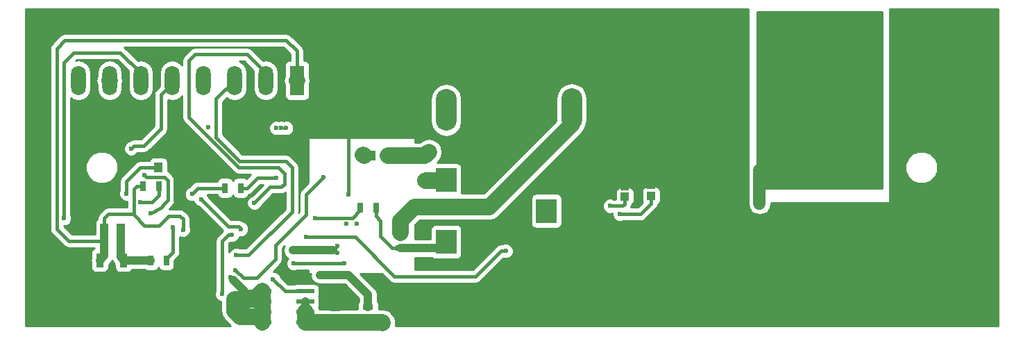
<source format=gbr>
G04 #@! TF.FileFunction,Copper,L1,Top,Signal*
%FSLAX46Y46*%
G04 Gerber Fmt 4.6, Leading zero omitted, Abs format (unit mm)*
G04 Created by KiCad (PCBNEW 4.0.6) date Thu Jun  1 11:47:27 2017*
%MOMM*%
%LPD*%
G01*
G04 APERTURE LIST*
%ADD10C,0.100000*%
%ADD11C,1.998980*%
%ADD12R,2.199640X0.599440*%
%ADD13R,2.500000X3.000000*%
%ADD14R,1.000000X1.000000*%
%ADD15R,1.300000X0.700000*%
%ADD16R,0.700000X1.300000*%
%ADD17R,1.000000X1.250000*%
%ADD18O,2.540000X5.080000*%
%ADD19R,0.900000X1.700000*%
%ADD20R,1.250000X1.000000*%
%ADD21R,1.800000X3.600000*%
%ADD22O,1.800000X3.600000*%
%ADD23C,0.600000*%
%ADD24C,2.000000*%
%ADD25C,2.000000*%
%ADD26C,0.250000*%
%ADD27C,1.000000*%
%ADD28C,1.500000*%
%ADD29C,0.419100*%
%ADD30C,0.700000*%
%ADD31C,0.254000*%
G04 APERTURE END LIST*
D10*
D11*
X77410000Y-77830000D03*
X76170000Y-76120000D03*
X86500000Y-78900000D03*
X90530000Y-78900000D03*
X94210000Y-78930000D03*
D12*
X84798420Y-78905000D03*
X84798420Y-77635000D03*
X84798420Y-76365000D03*
X84798420Y-75095000D03*
X79601580Y-75095000D03*
X79601580Y-76365000D03*
X79601580Y-77635000D03*
X79601580Y-78905000D03*
D13*
X102000000Y-61550000D03*
X102000000Y-69050000D03*
X114250000Y-65300000D03*
D11*
X132550000Y-59500000D03*
D14*
X127030000Y-63460000D03*
X127030000Y-62160000D03*
X123800000Y-63550000D03*
X123800000Y-62250000D03*
D11*
X125050000Y-57000000D03*
X125050000Y-59500000D03*
X127550000Y-57000000D03*
X130050000Y-57000000D03*
X132550000Y-57000000D03*
X130050000Y-59500000D03*
X127550000Y-59500000D03*
X146000000Y-52090000D03*
D15*
X92500000Y-78950000D03*
X92500000Y-77050000D03*
D11*
X148500000Y-52090000D03*
X148500000Y-47090000D03*
X146000000Y-47090000D03*
X148500000Y-49590000D03*
X146000000Y-49590000D03*
X148500000Y-44590000D03*
X146000000Y-42090000D03*
X146000000Y-44590000D03*
X153500000Y-49590000D03*
X153500000Y-52090000D03*
X151000000Y-52090000D03*
X151000000Y-49590000D03*
X151000000Y-47090000D03*
X153500000Y-44590000D03*
X151000000Y-44590000D03*
X153500000Y-47090000D03*
X153500000Y-42090000D03*
X151000000Y-42090000D03*
X148500000Y-42090000D03*
X148500000Y-57090000D03*
X148500000Y-59590000D03*
D16*
X94950000Y-58600000D03*
X93050000Y-58600000D03*
D11*
X141000000Y-59590000D03*
X141000000Y-57090000D03*
X135050000Y-57000000D03*
X137550000Y-59500000D03*
X137550000Y-57000000D03*
X135050000Y-59500000D03*
D17*
X138250000Y-64400000D03*
X140250000Y-64400000D03*
D11*
X143500000Y-59590000D03*
X146000000Y-54590000D03*
X146000000Y-59590000D03*
X146000000Y-57090000D03*
X143500000Y-57090000D03*
X153500000Y-57090000D03*
X153500000Y-54590000D03*
X151000000Y-54590000D03*
X148500000Y-54590000D03*
X153500000Y-59590000D03*
X151000000Y-59590000D03*
X151000000Y-57090000D03*
X137550000Y-47000000D03*
X135050000Y-47000000D03*
X132550000Y-47000000D03*
X137550000Y-44500000D03*
X135050000Y-44500000D03*
X132550000Y-44500000D03*
X127550000Y-42000000D03*
X130050000Y-44500000D03*
X127550000Y-44500000D03*
X125050000Y-44500000D03*
X130050000Y-42000000D03*
X125050000Y-42000000D03*
X137550000Y-49500000D03*
X137550000Y-54500000D03*
X132550000Y-54500000D03*
X137550000Y-52000000D03*
X132550000Y-52000000D03*
X132550000Y-49500000D03*
X127550000Y-47000000D03*
X130050000Y-49500000D03*
X125050000Y-49500000D03*
X130050000Y-47000000D03*
X127550000Y-49500000D03*
X125050000Y-47000000D03*
D18*
X142770000Y-52700000D03*
X135150000Y-52700000D03*
D11*
X141000000Y-44590000D03*
X143500000Y-47090000D03*
X141000000Y-49590000D03*
X141000000Y-47090000D03*
X143500000Y-44590000D03*
X127550000Y-54500000D03*
X130050000Y-54500000D03*
X125050000Y-54500000D03*
X130050000Y-52000000D03*
X127550000Y-52000000D03*
X125050000Y-52000000D03*
D19*
X62660000Y-71310000D03*
X59760000Y-71310000D03*
D20*
X88500000Y-77000000D03*
X88500000Y-79000000D03*
D17*
X68900000Y-60000000D03*
X66900000Y-60000000D03*
X60310000Y-67480000D03*
X62310000Y-67480000D03*
D16*
X93450000Y-64900000D03*
X91550000Y-64900000D03*
X67880000Y-71310000D03*
X65980000Y-71310000D03*
D15*
X96400000Y-67950000D03*
X96400000Y-69850000D03*
D16*
X75050000Y-62500000D03*
X76950000Y-62500000D03*
X66950000Y-62250000D03*
X65050000Y-62250000D03*
D18*
X102020000Y-53000000D03*
X94400000Y-53000000D03*
D21*
X83810000Y-49400000D03*
D22*
X80000000Y-49400000D03*
X76190000Y-49400000D03*
X72380000Y-49400000D03*
X68570000Y-49400000D03*
X64760000Y-49400000D03*
X60950000Y-49400000D03*
X57140000Y-49400000D03*
D18*
X117320000Y-52900000D03*
X109700000Y-52900000D03*
D23*
X82500000Y-55200000D03*
X81300000Y-55200000D03*
X81900000Y-55200000D03*
X73000000Y-55100000D03*
X75700000Y-73400000D03*
D24*
X107200000Y-64800000D03*
X96400000Y-66500000D03*
D23*
X75893288Y-68206712D03*
X74680000Y-75440000D03*
X123200000Y-65700000D03*
X122000000Y-64700000D03*
X109300000Y-70200000D03*
X84900000Y-68500000D03*
X68700000Y-67300000D03*
X64700000Y-64200000D03*
X88500000Y-75500000D03*
X90100000Y-63300000D03*
X80300000Y-64300000D03*
X75700000Y-69400000D03*
X71895046Y-68300000D03*
X69900000Y-67600000D03*
D24*
X99450000Y-61650000D03*
D23*
X81250000Y-61250000D03*
X91900000Y-58500000D03*
X91100000Y-66900000D03*
X89800000Y-66900000D03*
X88700000Y-70400000D03*
X88700000Y-69600000D03*
X83300000Y-70100000D03*
X86600000Y-73100000D03*
X63000000Y-63200000D03*
X71000000Y-63250000D03*
X80900000Y-73600000D03*
X89590440Y-71709560D03*
X83409560Y-71709560D03*
X87000000Y-61200000D03*
X76300000Y-72500000D03*
X85990449Y-66190449D03*
X55400000Y-66200000D03*
X76400000Y-70700000D03*
X63600000Y-57700000D03*
X65200000Y-60900000D03*
X66000000Y-65600000D03*
X72100000Y-63900000D03*
X77000000Y-67500000D03*
X78600000Y-64323062D03*
X99900000Y-58100000D03*
D25*
X76170000Y-76120000D02*
X78576580Y-76120000D01*
X78576580Y-76120000D02*
X79601580Y-75095000D01*
X76860000Y-78190000D02*
X79046580Y-78190000D01*
X79046580Y-78190000D02*
X79601580Y-77635000D01*
X76170000Y-76120000D02*
X76170000Y-77500000D01*
X76170000Y-77500000D02*
X76860000Y-78190000D01*
D26*
X82400000Y-55250000D02*
X81900000Y-55200000D01*
X82500000Y-55150000D02*
X82400000Y-55250000D01*
X82500000Y-55150000D02*
X82500000Y-55200000D01*
D25*
X146000000Y-59590000D02*
X143500000Y-59590000D01*
D27*
X146685000Y-60275000D02*
X146000000Y-59590000D01*
X145415000Y-60175000D02*
X146000000Y-59590000D01*
D25*
X143500000Y-59590000D02*
X141000000Y-59590000D01*
X143500000Y-59590000D02*
X143500000Y-57090000D01*
X141000000Y-59590000D02*
X141000000Y-57090000D01*
X146000000Y-59590000D02*
X146000000Y-57090000D01*
D28*
X140250000Y-60340000D02*
X141000000Y-59590000D01*
D25*
X148500000Y-52090000D02*
X148500000Y-49590000D01*
X146000000Y-52090000D02*
X146000000Y-49590000D01*
X146000000Y-54590000D02*
X146000000Y-52090000D01*
X148500000Y-54590000D02*
X146000000Y-54590000D01*
X148500000Y-52090000D02*
X146000000Y-52090000D01*
X148500000Y-49590000D02*
X146000000Y-49590000D01*
X141000000Y-47090000D02*
X141000000Y-49590000D01*
X141000000Y-49590000D02*
X141000000Y-50930000D01*
X141000000Y-47090000D02*
X143500000Y-47090000D01*
X148500000Y-49590000D02*
X148500000Y-47090000D01*
X146000000Y-47090000D02*
X146000000Y-49590000D01*
X146000000Y-47090000D02*
X148500000Y-47090000D01*
X143500000Y-47090000D02*
X146000000Y-47090000D01*
X143500000Y-57090000D02*
X146000000Y-57090000D01*
X146000000Y-54590000D02*
X144660000Y-54590000D01*
X141000000Y-57090000D02*
X143500000Y-57090000D01*
X141000000Y-57090000D02*
X141000000Y-54470000D01*
X146000000Y-57090000D02*
X148500000Y-57090000D01*
X148500000Y-54590000D02*
X148500000Y-52090000D01*
X146000000Y-57090000D02*
X146000000Y-54590000D01*
X148500000Y-54590000D02*
X148500000Y-57090000D01*
X146000000Y-49590000D02*
X145880000Y-49590000D01*
X151000000Y-44590000D02*
X148500000Y-44590000D01*
X151000000Y-44590000D02*
X151000000Y-47090000D01*
X148500000Y-47090000D02*
X151000000Y-47090000D01*
X148500000Y-47090000D02*
X148500000Y-44590000D01*
X153500000Y-44590000D02*
X151000000Y-44590000D01*
X153500000Y-47090000D02*
X153500000Y-44590000D01*
X151000000Y-47090000D02*
X153500000Y-47090000D01*
X151000000Y-52090000D02*
X148500000Y-52090000D01*
X151000000Y-54590000D02*
X151000000Y-52090000D01*
X153500000Y-54590000D02*
X153500000Y-52090000D01*
X151000000Y-54590000D02*
X148500000Y-54590000D01*
X153500000Y-54590000D02*
X151000000Y-54590000D01*
X153500000Y-52090000D02*
X151000000Y-52090000D01*
X151000000Y-47090000D02*
X151000000Y-49590000D01*
X153500000Y-52090000D02*
X153500000Y-49590000D01*
X151000000Y-52090000D02*
X151000000Y-49590000D01*
X153500000Y-49590000D02*
X151000000Y-49590000D01*
X153500000Y-47090000D02*
X153500000Y-49590000D01*
X146000000Y-44590000D02*
X146000000Y-47090000D01*
X141000000Y-44590000D02*
X141000000Y-47090000D01*
X143500000Y-44590000D02*
X143500000Y-47090000D01*
X143500000Y-44590000D02*
X141000000Y-44590000D01*
X146000000Y-44590000D02*
X143500000Y-44590000D01*
X153500000Y-54590000D02*
X153500000Y-57090000D01*
X151000000Y-57090000D02*
X151000000Y-54590000D01*
X148500000Y-59590000D02*
X146000000Y-59590000D01*
X151000000Y-49590000D02*
X148500000Y-49590000D01*
X148500000Y-44590000D02*
X146000000Y-44590000D01*
X153500000Y-59590000D02*
X151000000Y-59590000D01*
X148500000Y-59590000D02*
X148500000Y-57090000D01*
X151000000Y-59590000D02*
X148500000Y-59590000D01*
X151000000Y-59590000D02*
X151000000Y-57090000D01*
X151000000Y-57090000D02*
X153500000Y-57090000D01*
X153500000Y-57090000D02*
X153500000Y-59590000D01*
X148500000Y-57090000D02*
X151000000Y-57090000D01*
D27*
X147955000Y-60135000D02*
X148500000Y-59590000D01*
X149225000Y-60315000D02*
X148500000Y-59590000D01*
D29*
X76004775Y-73695225D02*
X75995225Y-73695225D01*
X75995225Y-73695225D02*
X75700000Y-73400000D01*
D25*
X148500000Y-44590000D02*
X148500000Y-42090000D01*
X151000000Y-42090000D02*
X151000000Y-44590000D01*
X148500000Y-42090000D02*
X151000000Y-42090000D01*
X153500000Y-44590000D02*
X153500000Y-42090000D01*
X151000000Y-42090000D02*
X153500000Y-42090000D01*
X146000000Y-42090000D02*
X146000000Y-44590000D01*
X146000000Y-42090000D02*
X148500000Y-42090000D01*
D29*
X76000000Y-73690450D02*
X76004775Y-73695225D01*
D27*
X76004775Y-73695225D02*
X77404550Y-75095000D01*
D29*
X77404550Y-75095000D02*
X79601580Y-75095000D01*
D25*
X79601580Y-77635000D02*
X79601580Y-78905000D01*
X79601580Y-76365000D02*
X79601580Y-77635000D01*
X79601580Y-75095000D02*
X79601580Y-76365000D01*
D28*
X140250000Y-64400000D02*
X140250000Y-60340000D01*
X140250000Y-64400000D02*
X140250000Y-63600000D01*
D25*
X143500000Y-47090000D02*
X143500000Y-51970000D01*
X141000000Y-50930000D02*
X142770000Y-52700000D01*
X143500000Y-53430000D02*
X142770000Y-52700000D01*
X144660000Y-54590000D02*
X142770000Y-52700000D01*
X143500000Y-57090000D02*
X143500000Y-53430000D01*
X141000000Y-54470000D02*
X142770000Y-52700000D01*
X146000000Y-52090000D02*
X143380000Y-52090000D01*
X143500000Y-51970000D02*
X142770000Y-52700000D01*
X143380000Y-52090000D02*
X142770000Y-52700000D01*
X145880000Y-49590000D02*
X142770000Y-52700000D01*
D27*
X62660000Y-71310000D02*
X65980000Y-71310000D01*
X62310000Y-67480000D02*
X62310000Y-70960000D01*
X62310000Y-70960000D02*
X62660000Y-71310000D01*
D25*
X96400000Y-66500000D02*
X98100000Y-64800000D01*
X98100000Y-64800000D02*
X107300000Y-64800000D01*
X107300000Y-64800000D02*
X117320000Y-54780000D01*
X117320000Y-54780000D02*
X117320000Y-52900000D01*
X96400000Y-67950000D02*
X96400000Y-66500000D01*
D29*
X75893288Y-68206712D02*
X75469024Y-68206712D01*
X75469024Y-68206712D02*
X74680000Y-68995736D01*
X74680000Y-68995736D02*
X74680000Y-75440000D01*
X127030000Y-64379100D02*
X127030000Y-63460000D01*
X125709100Y-65700000D02*
X127030000Y-64379100D01*
X123200000Y-65700000D02*
X125709100Y-65700000D01*
X122000000Y-64700000D02*
X123569100Y-64700000D01*
X105600000Y-73300000D02*
X108700000Y-70200000D01*
X108700000Y-70200000D02*
X109300000Y-70200000D01*
X98000000Y-73300000D02*
X105600000Y-73300000D01*
X84900000Y-68500000D02*
X90900000Y-68500000D01*
X90900000Y-68500000D02*
X95700000Y-73300000D01*
X95700000Y-73300000D02*
X98000000Y-73300000D01*
X123800000Y-64469100D02*
X123800000Y-63550000D01*
X123569100Y-64700000D02*
X123800000Y-64469100D01*
X93450000Y-64900000D02*
X93450000Y-65969100D01*
X93450000Y-65969100D02*
X94000000Y-66519100D01*
X94000000Y-66519100D02*
X94000000Y-68400000D01*
X94000000Y-68400000D02*
X95450000Y-69850000D01*
X95450000Y-69850000D02*
X96400000Y-69850000D01*
D27*
X96400000Y-69850000D02*
X101200000Y-69850000D01*
X101200000Y-69850000D02*
X102000000Y-69050000D01*
D29*
X96100000Y-69850000D02*
X96400000Y-69850000D01*
X68700000Y-67300000D02*
X68700000Y-70300000D01*
X68700000Y-70300000D02*
X67880000Y-71120000D01*
X67880000Y-71120000D02*
X67880000Y-71310000D01*
X67892500Y-71297500D02*
X67880000Y-71310000D01*
X64700000Y-64200000D02*
X66100000Y-64200000D01*
X66100000Y-64200000D02*
X66950000Y-63350000D01*
X66950000Y-63350000D02*
X66950000Y-62250000D01*
D27*
X88500000Y-77000000D02*
X88500000Y-75500000D01*
D29*
X90100000Y-63300000D02*
X90100000Y-55610900D01*
X90100000Y-55610900D02*
X92710900Y-53000000D01*
X92710900Y-53000000D02*
X94400000Y-53000000D01*
D27*
X123800000Y-62250000D02*
X123800000Y-60750000D01*
X123800000Y-60750000D02*
X125050000Y-59500000D01*
D29*
X79700000Y-64900000D02*
X80300000Y-64300000D01*
X79700000Y-66800000D02*
X79700000Y-64900000D01*
X77100000Y-69400000D02*
X79700000Y-66800000D01*
X75700000Y-69400000D02*
X77100000Y-69400000D01*
X68900000Y-64100000D02*
X68900000Y-60000000D01*
X69719110Y-64919110D02*
X68900000Y-64100000D01*
X71419110Y-64919110D02*
X69719110Y-64919110D01*
X71500000Y-65000000D02*
X71419110Y-64919110D01*
X71419110Y-64919110D02*
X71895046Y-65395046D01*
X71895046Y-65395046D02*
X71895046Y-68300000D01*
D25*
X135050000Y-57000000D02*
X137550000Y-57000000D01*
X132550000Y-57000000D02*
X135050000Y-57000000D01*
X132550000Y-54500000D02*
X133350000Y-54500000D01*
X133350000Y-54500000D02*
X135150000Y-52700000D01*
X135050000Y-57000000D02*
X135050000Y-52800000D01*
D27*
X127030000Y-60020000D02*
X127550000Y-59500000D01*
X127030000Y-62160000D02*
X127030000Y-60020000D01*
X130060000Y-59510000D02*
X130050000Y-59500000D01*
D25*
X125050000Y-57000000D02*
X127550000Y-57000000D01*
X127550000Y-59500000D02*
X127550000Y-57000000D01*
X125050000Y-57000000D02*
X125050000Y-59500000D01*
X127550000Y-57000000D02*
X127550000Y-54500000D01*
X127550000Y-59500000D02*
X125050000Y-59500000D01*
X125050000Y-54500000D02*
X125050000Y-57000000D01*
X137550000Y-59500000D02*
X135050000Y-59500000D01*
X137550000Y-57000000D02*
X137550000Y-59500000D01*
X127550000Y-57000000D02*
X130050000Y-57000000D01*
X130050000Y-59500000D02*
X127550000Y-59500000D01*
X135050000Y-57000000D02*
X135050000Y-59500000D01*
X132550000Y-59500000D02*
X132550000Y-57000000D01*
X132550000Y-59500000D02*
X130050000Y-59500000D01*
X135050000Y-59500000D02*
X132550000Y-59500000D01*
X130050000Y-57000000D02*
X130050000Y-59500000D01*
X127550000Y-49500000D02*
X130050000Y-49500000D01*
X125050000Y-49500000D02*
X127550000Y-49500000D01*
X127550000Y-52000000D02*
X127550000Y-49500000D01*
X127550000Y-49500000D02*
X127550000Y-47000000D01*
X125050000Y-49500000D02*
X125050000Y-52000000D01*
X125050000Y-47000000D02*
X125050000Y-49500000D01*
X127550000Y-47000000D02*
X130050000Y-47000000D01*
X130050000Y-44500000D02*
X127550000Y-44500000D01*
X132550000Y-44500000D02*
X130050000Y-44500000D01*
X130050000Y-47000000D02*
X132550000Y-47000000D01*
X127550000Y-47000000D02*
X127550000Y-44500000D01*
X125050000Y-44500000D02*
X125050000Y-47000000D01*
X127550000Y-42000000D02*
X130050000Y-42000000D01*
X125050000Y-42000000D02*
X127550000Y-42000000D01*
X125050000Y-47000000D02*
X127550000Y-47000000D01*
X130050000Y-42000000D02*
X130050000Y-44500000D01*
X127550000Y-44500000D02*
X127550000Y-42000000D01*
X127550000Y-44500000D02*
X125050000Y-44500000D01*
X125050000Y-42000000D02*
X125050000Y-44500000D01*
X127550000Y-54500000D02*
X127550000Y-52000000D01*
X125050000Y-52000000D02*
X127550000Y-52000000D01*
X125050000Y-54500000D02*
X127550000Y-54500000D01*
X127550000Y-54500000D02*
X130050000Y-54500000D01*
X127550000Y-52000000D02*
X130050000Y-52000000D01*
X125050000Y-52000000D02*
X125050000Y-54500000D01*
X132550000Y-52000000D02*
X134450000Y-52000000D01*
X135050000Y-47000000D02*
X135050000Y-52600000D01*
X137550000Y-52000000D02*
X135850000Y-52000000D01*
X137550000Y-49500000D02*
X137550000Y-52000000D01*
X137550000Y-47000000D02*
X137550000Y-49500000D01*
X132550000Y-47000000D02*
X135050000Y-47000000D01*
X135050000Y-44500000D02*
X132550000Y-44500000D01*
X137550000Y-44500000D02*
X135050000Y-44500000D01*
X135050000Y-47000000D02*
X137550000Y-47000000D01*
X137550000Y-44500000D02*
X137550000Y-47000000D01*
X135050000Y-44500000D02*
X135050000Y-47000000D01*
X132550000Y-47000000D02*
X132550000Y-44500000D01*
X130050000Y-44500000D02*
X130050000Y-47000000D01*
X132550000Y-57000000D02*
X132550000Y-54500000D01*
X134450000Y-52000000D02*
X135150000Y-52700000D01*
X130050000Y-52000000D02*
X132550000Y-52000000D01*
X130050000Y-54500000D02*
X132550000Y-54500000D01*
X130050000Y-57000000D02*
X132550000Y-57000000D01*
X132550000Y-54500000D02*
X132550000Y-52000000D01*
X130050000Y-54500000D02*
X130050000Y-57000000D01*
X130050000Y-52000000D02*
X130050000Y-54500000D01*
X135050000Y-52800000D02*
X135150000Y-52700000D01*
X135050000Y-52600000D02*
X135150000Y-52700000D01*
X137550000Y-54500000D02*
X137550000Y-57000000D01*
X135850000Y-52000000D02*
X135150000Y-52700000D01*
X136950000Y-54500000D02*
X135150000Y-52700000D01*
X137550000Y-54500000D02*
X136950000Y-54500000D01*
X137550000Y-52000000D02*
X137550000Y-54500000D01*
X130050000Y-49500000D02*
X132550000Y-49500000D01*
X130050000Y-49500000D02*
X130050000Y-52000000D01*
X132550000Y-49500000D02*
X132550000Y-47000000D01*
X132550000Y-52000000D02*
X132550000Y-49500000D01*
X130050000Y-47000000D02*
X130050000Y-49500000D01*
D28*
X138250000Y-60200000D02*
X137550000Y-59500000D01*
X138250000Y-64400000D02*
X138250000Y-60200000D01*
D29*
X63900000Y-65710000D02*
X63900000Y-65800000D01*
X69900000Y-66300000D02*
X69900000Y-67600000D01*
X69500000Y-65900000D02*
X69900000Y-66300000D01*
X68200000Y-65900000D02*
X69500000Y-65900000D01*
X67000000Y-67100000D02*
X68200000Y-65900000D01*
X65200000Y-67100000D02*
X67000000Y-67100000D01*
X63900000Y-65800000D02*
X65200000Y-67100000D01*
X60810000Y-65710000D02*
X63900000Y-65710000D01*
X65050000Y-62250000D02*
X64280900Y-62250000D01*
X64280900Y-62250000D02*
X63900000Y-62630900D01*
X63900000Y-62630900D02*
X63900000Y-65710000D01*
X60310000Y-67480000D02*
X60310000Y-66210000D01*
X60310000Y-66210000D02*
X60810000Y-65710000D01*
X83810000Y-49400000D02*
X83810000Y-45810000D01*
X58500000Y-69000000D02*
X60310000Y-69000000D01*
X56000000Y-69000000D02*
X58500000Y-69000000D01*
X54500000Y-67500000D02*
X56000000Y-69000000D01*
X54500000Y-45500000D02*
X54500000Y-67500000D01*
X55500000Y-44500000D02*
X54500000Y-45500000D01*
X82500000Y-44500000D02*
X55500000Y-44500000D01*
X83810000Y-45810000D02*
X82500000Y-44500000D01*
X60310000Y-69000000D02*
X60500000Y-69000000D01*
X60500000Y-69000000D02*
X60310000Y-69000000D01*
D27*
X60310000Y-67480000D02*
X60310000Y-69000000D01*
X60310000Y-69000000D02*
X60310000Y-70760000D01*
X60310000Y-70760000D02*
X59760000Y-71310000D01*
D25*
X83800000Y-49410000D02*
X83810000Y-49400000D01*
X99450000Y-61650000D02*
X101900000Y-61650000D01*
X101900000Y-61650000D02*
X102000000Y-61550000D01*
D29*
X78969100Y-61250000D02*
X81250000Y-61250000D01*
X76950000Y-62500000D02*
X77719100Y-62500000D01*
X77719100Y-62500000D02*
X78969100Y-61250000D01*
D25*
X91900000Y-58500000D02*
X92000000Y-58600000D01*
D30*
X93050000Y-58600000D02*
X92000000Y-58600000D01*
D29*
X88200000Y-70100000D02*
X88700000Y-69600000D01*
D27*
X83300000Y-70100000D02*
X88200000Y-70100000D01*
X90100000Y-73100000D02*
X92500000Y-75500000D01*
X92500000Y-75500000D02*
X92500000Y-77050000D01*
X86600000Y-73100000D02*
X90100000Y-73100000D01*
D29*
X63000000Y-61700000D02*
X63000000Y-63200000D01*
X64700000Y-60000000D02*
X63000000Y-61700000D01*
X65980900Y-60000000D02*
X64700000Y-60000000D01*
X66900000Y-60000000D02*
X65980900Y-60000000D01*
X71750000Y-62500000D02*
X71000000Y-63250000D01*
X75050000Y-62500000D02*
X71750000Y-62500000D01*
X80900000Y-73600000D02*
X82395000Y-75095000D01*
X82395000Y-75095000D02*
X84798420Y-75095000D01*
X83409560Y-71709560D02*
X89590440Y-71709560D01*
X84900000Y-63300000D02*
X87000000Y-61200000D01*
X84900000Y-65800000D02*
X84900000Y-63300000D01*
X81200000Y-69500000D02*
X84900000Y-65800000D01*
X81200000Y-71200000D02*
X81200000Y-69500000D01*
X78900000Y-73500000D02*
X81200000Y-71200000D01*
X77300000Y-73500000D02*
X78900000Y-73500000D01*
X76300000Y-72500000D02*
X77300000Y-73500000D01*
X85990449Y-66190449D02*
X90559551Y-66190449D01*
X90559551Y-66190449D02*
X91550000Y-65200000D01*
X91550000Y-65200000D02*
X91550000Y-64900000D01*
X55400000Y-66200000D02*
X55400000Y-47200000D01*
X55400000Y-47200000D02*
X56600000Y-46000000D01*
X56600000Y-46000000D02*
X62260000Y-46000000D01*
X64760000Y-48500000D02*
X64760000Y-49400000D01*
X62260000Y-46000000D02*
X64760000Y-48500000D01*
X77900000Y-70700000D02*
X76400000Y-70700000D01*
X83200000Y-65400000D02*
X77900000Y-70700000D01*
X83200000Y-60000000D02*
X83200000Y-65400000D01*
X82459551Y-59259551D02*
X83200000Y-60000000D01*
X81900000Y-59200000D02*
X81959551Y-59259551D01*
X81959551Y-59259551D02*
X82459551Y-59259551D01*
X76800000Y-59200000D02*
X81900000Y-59200000D01*
X73920000Y-56320000D02*
X76800000Y-59200000D01*
X73920000Y-53800000D02*
X73920000Y-56320000D01*
X73930000Y-51660000D02*
X76190000Y-49400000D01*
X73930000Y-53790000D02*
X73930000Y-51660000D01*
X73920000Y-53800000D02*
X73930000Y-53790000D01*
X63600000Y-57700000D02*
X63899999Y-57400001D01*
X63899999Y-57400001D02*
X65099999Y-57400001D01*
X65099999Y-57400001D02*
X67200000Y-55300000D01*
X67200000Y-55300000D02*
X67200000Y-51100000D01*
X67200000Y-51100000D02*
X68570000Y-49730000D01*
X68570000Y-49730000D02*
X68570000Y-49400000D01*
X65490449Y-61190449D02*
X65200000Y-60900000D01*
X68100000Y-61600000D02*
X67690449Y-61190449D01*
X67690449Y-61190449D02*
X65490449Y-61190449D01*
X68100000Y-64000000D02*
X68100000Y-61600000D01*
X67600000Y-64500000D02*
X68100000Y-64000000D01*
X67190450Y-64909550D02*
X67600000Y-64500000D01*
X66000000Y-65600000D02*
X67190450Y-64909550D01*
X68570000Y-50300000D02*
X68570000Y-49400000D01*
X75400001Y-67200001D02*
X72100000Y-63900000D01*
X77000000Y-67500000D02*
X76700001Y-67200001D01*
X76700001Y-67200001D02*
X75400001Y-67200001D01*
D25*
X60940000Y-49410000D02*
X60950000Y-49400000D01*
D29*
X71400000Y-46200000D02*
X77700000Y-46200000D01*
X77700000Y-46200000D02*
X80000000Y-48500000D01*
X80000000Y-48500000D02*
X80000000Y-49400000D01*
X70600000Y-47000000D02*
X71400000Y-46200000D01*
X70600000Y-53875553D02*
X70600000Y-47000000D01*
X81500000Y-60000000D02*
X76724447Y-60000000D01*
X76724447Y-60000000D02*
X70600000Y-53875553D01*
X82300000Y-62000000D02*
X82300000Y-60800000D01*
X82300000Y-60800000D02*
X81500000Y-60000000D01*
X81900000Y-62400000D02*
X82300000Y-62000000D01*
X80523062Y-62400000D02*
X81900000Y-62400000D01*
X78600000Y-64323062D02*
X80523062Y-62400000D01*
D25*
X94950000Y-58600000D02*
X99400000Y-58600000D01*
X99400000Y-58600000D02*
X99900000Y-58100000D01*
X92570000Y-78900000D02*
X94220000Y-78900000D01*
X88450000Y-78900000D02*
X92400000Y-78900000D01*
X84798420Y-78905000D02*
X88405000Y-78905000D01*
D27*
X88405000Y-78905000D02*
X88500000Y-79000000D01*
X84798420Y-77635000D02*
X84798420Y-76365000D01*
D25*
X84798420Y-78905000D02*
X84798420Y-77635000D01*
D31*
G36*
X155223000Y-62573000D02*
X139977000Y-62573000D01*
X139977000Y-41027000D01*
X155223000Y-41027000D01*
X155223000Y-62573000D01*
X155223000Y-62573000D01*
G37*
X155223000Y-62573000D02*
X139977000Y-62573000D01*
X139977000Y-41027000D01*
X155223000Y-41027000D01*
X155223000Y-62573000D01*
G36*
X138873000Y-60299781D02*
X138865000Y-60340000D01*
X138865000Y-64400000D01*
X138970427Y-64930017D01*
X139129477Y-65168052D01*
X139146838Y-65260317D01*
X139285910Y-65476441D01*
X139498110Y-65621431D01*
X139691612Y-65660616D01*
X139719983Y-65679573D01*
X140250000Y-65785000D01*
X140780017Y-65679573D01*
X140806643Y-65661782D01*
X140985317Y-65628162D01*
X141201441Y-65489090D01*
X141346431Y-65276890D01*
X141367579Y-65172458D01*
X141529573Y-64930017D01*
X141635000Y-64400000D01*
X141635000Y-64327000D01*
X156000000Y-64327000D01*
X156049410Y-64316994D01*
X156091035Y-64288553D01*
X156118315Y-64246159D01*
X156127000Y-64200000D01*
X156127000Y-60393109D01*
X158014657Y-60393109D01*
X158316218Y-61122943D01*
X158874120Y-61681819D01*
X159603427Y-61984654D01*
X160393109Y-61985343D01*
X161122943Y-61683782D01*
X161681819Y-61125880D01*
X161984654Y-60396573D01*
X161985343Y-59606891D01*
X161683782Y-58877057D01*
X161125880Y-58318181D01*
X160396573Y-58015346D01*
X159606891Y-58014657D01*
X158877057Y-58316218D01*
X158318181Y-58874120D01*
X158015346Y-59603427D01*
X158014657Y-60393109D01*
X156127000Y-60393109D01*
X156127000Y-40685000D01*
X169315000Y-40685000D01*
X169315000Y-79315000D01*
X95819934Y-79315000D01*
X95844206Y-79256547D01*
X95844471Y-78952932D01*
X95855000Y-78900000D01*
X95844563Y-78847531D01*
X95844774Y-78606306D01*
X95751843Y-78381396D01*
X95730543Y-78274313D01*
X95670415Y-78184325D01*
X95596462Y-78005345D01*
X95458442Y-77867084D01*
X95376120Y-77743880D01*
X95253991Y-77662276D01*
X95137073Y-77545154D01*
X94982885Y-77481130D01*
X94845687Y-77389457D01*
X94685265Y-77357547D01*
X94536547Y-77295794D01*
X94374098Y-77295652D01*
X94220000Y-77265000D01*
X93797440Y-77265000D01*
X93797440Y-76700000D01*
X93753162Y-76464683D01*
X93635000Y-76281054D01*
X93635000Y-75500000D01*
X93618657Y-75417840D01*
X93548604Y-75065655D01*
X93302567Y-74697434D01*
X91532132Y-72927000D01*
X94132626Y-72927000D01*
X95102813Y-73897187D01*
X95376805Y-74080262D01*
X95700000Y-74144550D01*
X105600000Y-74144550D01*
X105923195Y-74080262D01*
X106197187Y-73897187D01*
X109004622Y-71089752D01*
X109113201Y-71134838D01*
X109485167Y-71135162D01*
X109828943Y-70993117D01*
X110092192Y-70730327D01*
X110234838Y-70386799D01*
X110235162Y-70014833D01*
X110093117Y-69671057D01*
X109830327Y-69407808D01*
X109486799Y-69265162D01*
X109114833Y-69264838D01*
X108895535Y-69355450D01*
X108700000Y-69355450D01*
X108376805Y-69419738D01*
X108102813Y-69602813D01*
X105250176Y-72455450D01*
X98227000Y-72455450D01*
X98227000Y-70985000D01*
X100275331Y-70985000D01*
X100285910Y-71001441D01*
X100498110Y-71146431D01*
X100750000Y-71197440D01*
X103250000Y-71197440D01*
X103485317Y-71153162D01*
X103701441Y-71014090D01*
X103846431Y-70801890D01*
X103897440Y-70550000D01*
X103897440Y-67550000D01*
X103853162Y-67314683D01*
X103714090Y-67098559D01*
X103501890Y-66953569D01*
X103250000Y-66902560D01*
X100750000Y-66902560D01*
X100514683Y-66946838D01*
X100298559Y-67085910D01*
X100153569Y-67298110D01*
X100102560Y-67550000D01*
X100102560Y-68715000D01*
X98227000Y-68715000D01*
X98227000Y-66985240D01*
X98777240Y-66435000D01*
X107198573Y-66435000D01*
X107523795Y-66435284D01*
X107732863Y-66348899D01*
X107925688Y-66310543D01*
X108087730Y-66202270D01*
X108124943Y-66186894D01*
X108153690Y-66158197D01*
X108456120Y-65956120D01*
X110612240Y-63800000D01*
X112352560Y-63800000D01*
X112352560Y-66800000D01*
X112396838Y-67035317D01*
X112535910Y-67251441D01*
X112748110Y-67396431D01*
X113000000Y-67447440D01*
X115500000Y-67447440D01*
X115735317Y-67403162D01*
X115951441Y-67264090D01*
X116096431Y-67051890D01*
X116147440Y-66800000D01*
X116147440Y-64885167D01*
X121064838Y-64885167D01*
X121206883Y-65228943D01*
X121469673Y-65492192D01*
X121813201Y-65634838D01*
X122185167Y-65635162D01*
X122265085Y-65602141D01*
X122264838Y-65885167D01*
X122406883Y-66228943D01*
X122669673Y-66492192D01*
X123013201Y-66634838D01*
X123385167Y-66635162D01*
X123604465Y-66544550D01*
X125709100Y-66544550D01*
X126032295Y-66480262D01*
X126306287Y-66297187D01*
X127627187Y-64976287D01*
X127810262Y-64702295D01*
X127848597Y-64509573D01*
X127981441Y-64424090D01*
X128126431Y-64211890D01*
X128177440Y-63960000D01*
X128177440Y-62960000D01*
X128133162Y-62724683D01*
X127994090Y-62508559D01*
X127781890Y-62363569D01*
X127530000Y-62312560D01*
X126530000Y-62312560D01*
X126294683Y-62356838D01*
X126078559Y-62495910D01*
X125933569Y-62708110D01*
X125882560Y-62960000D01*
X125882560Y-63960000D01*
X125926838Y-64195317D01*
X125963083Y-64251643D01*
X125359276Y-64855450D01*
X124538063Y-64855450D01*
X124580262Y-64792295D01*
X124618597Y-64599573D01*
X124751441Y-64514090D01*
X124896431Y-64301890D01*
X124947440Y-64050000D01*
X124947440Y-63050000D01*
X124903162Y-62814683D01*
X124764090Y-62598559D01*
X124551890Y-62453569D01*
X124300000Y-62402560D01*
X123300000Y-62402560D01*
X123064683Y-62446838D01*
X122848559Y-62585910D01*
X122703569Y-62798110D01*
X122652560Y-63050000D01*
X122652560Y-63855450D01*
X122404236Y-63855450D01*
X122186799Y-63765162D01*
X121814833Y-63764838D01*
X121471057Y-63906883D01*
X121207808Y-64169673D01*
X121065162Y-64513201D01*
X121064838Y-64885167D01*
X116147440Y-64885167D01*
X116147440Y-63800000D01*
X116103162Y-63564683D01*
X115964090Y-63348559D01*
X115751890Y-63203569D01*
X115500000Y-63152560D01*
X113000000Y-63152560D01*
X112764683Y-63196838D01*
X112548559Y-63335910D01*
X112403569Y-63548110D01*
X112352560Y-63800000D01*
X110612240Y-63800000D01*
X118476120Y-55936120D01*
X118830543Y-55405688D01*
X118850695Y-55304379D01*
X119079991Y-54961214D01*
X119225000Y-54232202D01*
X119225000Y-51567798D01*
X119079991Y-50838786D01*
X118667038Y-50220760D01*
X118049012Y-49807807D01*
X117320000Y-49662798D01*
X116590988Y-49807807D01*
X115972962Y-50220760D01*
X115560009Y-50838786D01*
X115415000Y-51567798D01*
X115415000Y-54232202D01*
X115438320Y-54349440D01*
X106622760Y-63165000D01*
X103874152Y-63165000D01*
X103897440Y-63050000D01*
X103897440Y-60050000D01*
X103853162Y-59814683D01*
X103714090Y-59598559D01*
X103501890Y-59453569D01*
X103250000Y-59402560D01*
X100909679Y-59402560D01*
X101056120Y-59256119D01*
X101410543Y-58725688D01*
X101535001Y-58100000D01*
X101410543Y-57474312D01*
X101056120Y-56943880D01*
X100525688Y-56589457D01*
X99900000Y-56464999D01*
X99274312Y-56589457D01*
X98743881Y-56943880D01*
X98722761Y-56965000D01*
X98227000Y-56965000D01*
X98227000Y-56500000D01*
X98216994Y-56450590D01*
X98188553Y-56408965D01*
X98146159Y-56381685D01*
X98100000Y-56373000D01*
X85300000Y-56373000D01*
X85250590Y-56383006D01*
X85208965Y-56411447D01*
X85181685Y-56453841D01*
X85173000Y-56500000D01*
X85173000Y-61832626D01*
X84302813Y-62702813D01*
X84119738Y-62976805D01*
X84055450Y-63300000D01*
X84055450Y-65450176D01*
X84029385Y-65476241D01*
X84044550Y-65400000D01*
X84044550Y-60000000D01*
X83980262Y-59676805D01*
X83797187Y-59402813D01*
X83056738Y-58662364D01*
X82782746Y-58479289D01*
X82459551Y-58415001D01*
X82199381Y-58415001D01*
X81900000Y-58355450D01*
X77149824Y-58355450D01*
X74764550Y-55970176D01*
X74764550Y-55385167D01*
X80364838Y-55385167D01*
X80506883Y-55728943D01*
X80769673Y-55992192D01*
X81113201Y-56134838D01*
X81485167Y-56135162D01*
X81599857Y-56087773D01*
X81713201Y-56134838D01*
X82085167Y-56135162D01*
X82199857Y-56087773D01*
X82313201Y-56134838D01*
X82685167Y-56135162D01*
X83028943Y-55993117D01*
X83292192Y-55730327D01*
X83434838Y-55386799D01*
X83435162Y-55014833D01*
X83293117Y-54671057D01*
X83030327Y-54407808D01*
X82686799Y-54265162D01*
X82314833Y-54264838D01*
X82200143Y-54312227D01*
X82086799Y-54265162D01*
X81714833Y-54264838D01*
X81600143Y-54312227D01*
X81486799Y-54265162D01*
X81114833Y-54264838D01*
X80771057Y-54406883D01*
X80507808Y-54669673D01*
X80365162Y-55013201D01*
X80364838Y-55385167D01*
X74764550Y-55385167D01*
X74764550Y-53840273D01*
X74774550Y-53790000D01*
X74774550Y-52009824D01*
X75252459Y-51531915D01*
X75602581Y-51765859D01*
X76190000Y-51882704D01*
X76777419Y-51765859D01*
X77275409Y-51433113D01*
X77608155Y-50935123D01*
X77725000Y-50347704D01*
X77725000Y-48452296D01*
X77608155Y-47864877D01*
X77275409Y-47366887D01*
X76792997Y-47044550D01*
X77350176Y-47044550D01*
X78513599Y-48207973D01*
X78465000Y-48452296D01*
X78465000Y-50347704D01*
X78581845Y-50935123D01*
X78914591Y-51433113D01*
X79412581Y-51765859D01*
X80000000Y-51882704D01*
X80587419Y-51765859D01*
X81085409Y-51433113D01*
X81418155Y-50935123D01*
X81535000Y-50347704D01*
X81535000Y-48452296D01*
X81418155Y-47864877D01*
X81085409Y-47366887D01*
X80587419Y-47034141D01*
X80000000Y-46917296D01*
X79676098Y-46981724D01*
X78297187Y-45602813D01*
X78023195Y-45419738D01*
X77700000Y-45355450D01*
X71400000Y-45355450D01*
X71076805Y-45419738D01*
X70802813Y-45602813D01*
X70002813Y-46402813D01*
X69819738Y-46676805D01*
X69755450Y-47000000D01*
X69755450Y-47516609D01*
X69655409Y-47366887D01*
X69157419Y-47034141D01*
X68570000Y-46917296D01*
X67982581Y-47034141D01*
X67484591Y-47366887D01*
X67151845Y-47864877D01*
X67035000Y-48452296D01*
X67035000Y-50070626D01*
X66602813Y-50502813D01*
X66419738Y-50776805D01*
X66355450Y-51100000D01*
X66355450Y-54950176D01*
X64750175Y-56555451D01*
X63899999Y-56555451D01*
X63576804Y-56619739D01*
X63302812Y-56802814D01*
X63288651Y-56816975D01*
X63071057Y-56906883D01*
X62807808Y-57169673D01*
X62665162Y-57513201D01*
X62664838Y-57885167D01*
X62806883Y-58228943D01*
X63069673Y-58492192D01*
X63413201Y-58634838D01*
X63785167Y-58635162D01*
X64128943Y-58493117D01*
X64377943Y-58244551D01*
X65099999Y-58244551D01*
X65423194Y-58180263D01*
X65697186Y-57997188D01*
X67797187Y-55897187D01*
X67980262Y-55623195D01*
X68044550Y-55300000D01*
X68044550Y-51778185D01*
X68570000Y-51882704D01*
X69157419Y-51765859D01*
X69655409Y-51433113D01*
X69755450Y-51283391D01*
X69755450Y-53875553D01*
X69819738Y-54198748D01*
X70002813Y-54472740D01*
X76127260Y-60597187D01*
X76401252Y-60780262D01*
X76724447Y-60844550D01*
X78180176Y-60844550D01*
X77682152Y-61342574D01*
X77551890Y-61253569D01*
X77300000Y-61202560D01*
X76600000Y-61202560D01*
X76364683Y-61246838D01*
X76148559Y-61385910D01*
X76003569Y-61598110D01*
X76000919Y-61611197D01*
X75864090Y-61398559D01*
X75651890Y-61253569D01*
X75400000Y-61202560D01*
X74700000Y-61202560D01*
X74464683Y-61246838D01*
X74248559Y-61385910D01*
X74103569Y-61598110D01*
X74091957Y-61655450D01*
X71750000Y-61655450D01*
X71426805Y-61719738D01*
X71152813Y-61902813D01*
X70688651Y-62366975D01*
X70471057Y-62456883D01*
X70207808Y-62719673D01*
X70065162Y-63063201D01*
X70064838Y-63435167D01*
X70206883Y-63778943D01*
X70469673Y-64042192D01*
X70813201Y-64184838D01*
X71185167Y-64185162D01*
X71203094Y-64177755D01*
X71306883Y-64428943D01*
X71569673Y-64692192D01*
X71788814Y-64783188D01*
X74743494Y-67737868D01*
X74082813Y-68398549D01*
X73899738Y-68672541D01*
X73835450Y-68995736D01*
X73835450Y-75035764D01*
X73745162Y-75253201D01*
X73744838Y-75625167D01*
X73886883Y-75968943D01*
X74149673Y-76232192D01*
X74493201Y-76374838D01*
X74535000Y-76374874D01*
X74535000Y-77499995D01*
X74534999Y-77500000D01*
X74659457Y-78125688D01*
X75013880Y-78656120D01*
X75672761Y-79315000D01*
X50685000Y-79315000D01*
X50685000Y-45500000D01*
X53655450Y-45500000D01*
X53655450Y-67500000D01*
X53719738Y-67823195D01*
X53902813Y-68097187D01*
X55402813Y-69597187D01*
X55676805Y-69780262D01*
X56000000Y-69844550D01*
X59139988Y-69844550D01*
X59074683Y-69856838D01*
X58858559Y-69995910D01*
X58713569Y-70208110D01*
X58662560Y-70460000D01*
X58662560Y-71121174D01*
X58625000Y-71310000D01*
X58662560Y-71498826D01*
X58662560Y-72160000D01*
X58706838Y-72395317D01*
X58845910Y-72611441D01*
X59058110Y-72756431D01*
X59310000Y-72807440D01*
X60210000Y-72807440D01*
X60445317Y-72763162D01*
X60661441Y-72624090D01*
X60806431Y-72411890D01*
X60857440Y-72160000D01*
X60857440Y-71817693D01*
X61112566Y-71562567D01*
X61253040Y-71352332D01*
X61261397Y-71394346D01*
X61477113Y-71717187D01*
X61507434Y-71762566D01*
X61562560Y-71817692D01*
X61562560Y-72160000D01*
X61606838Y-72395317D01*
X61745910Y-72611441D01*
X61958110Y-72756431D01*
X62210000Y-72807440D01*
X63110000Y-72807440D01*
X63345317Y-72763162D01*
X63561441Y-72624090D01*
X63683808Y-72445000D01*
X65215025Y-72445000D01*
X65378110Y-72556431D01*
X65630000Y-72607440D01*
X66330000Y-72607440D01*
X66565317Y-72563162D01*
X66781441Y-72424090D01*
X66926431Y-72211890D01*
X66929081Y-72198803D01*
X67065910Y-72411441D01*
X67278110Y-72556431D01*
X67530000Y-72607440D01*
X68230000Y-72607440D01*
X68465317Y-72563162D01*
X68681441Y-72424090D01*
X68826431Y-72211890D01*
X68877440Y-71960000D01*
X68877440Y-71316934D01*
X69297187Y-70897187D01*
X69480262Y-70623195D01*
X69544550Y-70300000D01*
X69544550Y-68464808D01*
X69713201Y-68534838D01*
X70085167Y-68535162D01*
X70428943Y-68393117D01*
X70692192Y-68130327D01*
X70834838Y-67786799D01*
X70835162Y-67414833D01*
X70744550Y-67195535D01*
X70744550Y-66300000D01*
X70680262Y-65976805D01*
X70497187Y-65702813D01*
X70097187Y-65302813D01*
X69823195Y-65119738D01*
X69500000Y-65055450D01*
X68238924Y-65055450D01*
X68697187Y-64597187D01*
X68880262Y-64323195D01*
X68944550Y-64000000D01*
X68944550Y-61600000D01*
X68880262Y-61276805D01*
X68697187Y-61002813D01*
X68287636Y-60593262D01*
X68047440Y-60432769D01*
X68047440Y-59375000D01*
X68003162Y-59139683D01*
X67864090Y-58923559D01*
X67651890Y-58778569D01*
X67400000Y-58727560D01*
X66400000Y-58727560D01*
X66164683Y-58771838D01*
X65948559Y-58910910D01*
X65803569Y-59123110D01*
X65797020Y-59155450D01*
X64700000Y-59155450D01*
X64376805Y-59219738D01*
X64102813Y-59402813D01*
X62402813Y-61102813D01*
X62219738Y-61376805D01*
X62155450Y-61700000D01*
X62155450Y-62795764D01*
X62065162Y-63013201D01*
X62064838Y-63385167D01*
X62206883Y-63728943D01*
X62469673Y-63992192D01*
X62813201Y-64134838D01*
X63055450Y-64135049D01*
X63055450Y-64865450D01*
X60810000Y-64865450D01*
X60486805Y-64929738D01*
X60212813Y-65112813D01*
X59712813Y-65612813D01*
X59529738Y-65886805D01*
X59465450Y-66210000D01*
X59465450Y-66322128D01*
X59358559Y-66390910D01*
X59213569Y-66603110D01*
X59162560Y-66855000D01*
X59162560Y-68105000D01*
X59172053Y-68155450D01*
X56349824Y-68155450D01*
X55344550Y-67150176D01*
X55344550Y-67134952D01*
X55585167Y-67135162D01*
X55928943Y-66993117D01*
X56192192Y-66730327D01*
X56334838Y-66386799D01*
X56335162Y-66014833D01*
X56244550Y-65795535D01*
X56244550Y-60393109D01*
X58014657Y-60393109D01*
X58316218Y-61122943D01*
X58874120Y-61681819D01*
X59603427Y-61984654D01*
X60393109Y-61985343D01*
X61122943Y-61683782D01*
X61681819Y-61125880D01*
X61984654Y-60396573D01*
X61985343Y-59606891D01*
X61683782Y-58877057D01*
X61125880Y-58318181D01*
X60396573Y-58015346D01*
X59606891Y-58014657D01*
X58877057Y-58316218D01*
X58318181Y-58874120D01*
X58015346Y-59603427D01*
X58014657Y-60393109D01*
X56244550Y-60393109D01*
X56244550Y-51560039D01*
X56552581Y-51765859D01*
X57140000Y-51882704D01*
X57727419Y-51765859D01*
X58225409Y-51433113D01*
X58558155Y-50935123D01*
X58675000Y-50347704D01*
X58675000Y-49410000D01*
X59304999Y-49410000D01*
X59415000Y-49963008D01*
X59415000Y-50347704D01*
X59531845Y-50935123D01*
X59864591Y-51433113D01*
X60362581Y-51765859D01*
X60950000Y-51882704D01*
X61537419Y-51765859D01*
X62035409Y-51433113D01*
X62368155Y-50935123D01*
X62485000Y-50347704D01*
X62485000Y-49902734D01*
X62585000Y-49400000D01*
X62485000Y-48897266D01*
X62485000Y-48452296D01*
X62368155Y-47864877D01*
X62035409Y-47366887D01*
X61537419Y-47034141D01*
X60950000Y-46917296D01*
X60362581Y-47034141D01*
X59864591Y-47366887D01*
X59531845Y-47864877D01*
X59415000Y-48452296D01*
X59415000Y-48856992D01*
X59304999Y-49410000D01*
X58675000Y-49410000D01*
X58675000Y-48452296D01*
X58558155Y-47864877D01*
X58225409Y-47366887D01*
X57727419Y-47034141D01*
X57140000Y-46917296D01*
X56811794Y-46982580D01*
X56949824Y-46844550D01*
X61910176Y-46844550D01*
X63273599Y-48207973D01*
X63225000Y-48452296D01*
X63225000Y-50347704D01*
X63341845Y-50935123D01*
X63674591Y-51433113D01*
X64172581Y-51765859D01*
X64760000Y-51882704D01*
X65347419Y-51765859D01*
X65845409Y-51433113D01*
X66178155Y-50935123D01*
X66295000Y-50347704D01*
X66295000Y-48452296D01*
X66178155Y-47864877D01*
X65845409Y-47366887D01*
X65347419Y-47034141D01*
X64760000Y-46917296D01*
X64436098Y-46981724D01*
X62857187Y-45402813D01*
X62769990Y-45344550D01*
X82150176Y-45344550D01*
X82965450Y-46159824D01*
X82965450Y-46952560D01*
X82910000Y-46952560D01*
X82674683Y-46996838D01*
X82458559Y-47135910D01*
X82313569Y-47348110D01*
X82262560Y-47600000D01*
X82262560Y-48919531D01*
X82164999Y-49410000D01*
X82262560Y-49900469D01*
X82262560Y-51200000D01*
X82306838Y-51435317D01*
X82445910Y-51651441D01*
X82658110Y-51796431D01*
X82910000Y-51847440D01*
X84710000Y-51847440D01*
X84945317Y-51803162D01*
X85155678Y-51667798D01*
X100115000Y-51667798D01*
X100115000Y-54332202D01*
X100260009Y-55061214D01*
X100672962Y-55679240D01*
X101290988Y-56092193D01*
X102020000Y-56237202D01*
X102749012Y-56092193D01*
X103367038Y-55679240D01*
X103779991Y-55061214D01*
X103925000Y-54332202D01*
X103925000Y-51667798D01*
X103779991Y-50938786D01*
X103367038Y-50320760D01*
X102749012Y-49907807D01*
X102020000Y-49762798D01*
X101290988Y-49907807D01*
X100672962Y-50320760D01*
X100260009Y-50938786D01*
X100115000Y-51667798D01*
X85155678Y-51667798D01*
X85161441Y-51664090D01*
X85306431Y-51451890D01*
X85357440Y-51200000D01*
X85357440Y-49840194D01*
X85445000Y-49400000D01*
X85357440Y-48959806D01*
X85357440Y-47600000D01*
X85313162Y-47364683D01*
X85174090Y-47148559D01*
X84961890Y-47003569D01*
X84710000Y-46952560D01*
X84654550Y-46952560D01*
X84654550Y-45810000D01*
X84590262Y-45486805D01*
X84407187Y-45212813D01*
X83097187Y-43902813D01*
X82823195Y-43719738D01*
X82500000Y-43655450D01*
X55500000Y-43655450D01*
X55176805Y-43719738D01*
X54902813Y-43902813D01*
X53902813Y-44902813D01*
X53719738Y-45176805D01*
X53655450Y-45500000D01*
X50685000Y-45500000D01*
X50685000Y-40685000D01*
X138873000Y-40685000D01*
X138873000Y-60299781D01*
X138873000Y-60299781D01*
G37*
X138873000Y-60299781D02*
X138865000Y-60340000D01*
X138865000Y-64400000D01*
X138970427Y-64930017D01*
X139129477Y-65168052D01*
X139146838Y-65260317D01*
X139285910Y-65476441D01*
X139498110Y-65621431D01*
X139691612Y-65660616D01*
X139719983Y-65679573D01*
X140250000Y-65785000D01*
X140780017Y-65679573D01*
X140806643Y-65661782D01*
X140985317Y-65628162D01*
X141201441Y-65489090D01*
X141346431Y-65276890D01*
X141367579Y-65172458D01*
X141529573Y-64930017D01*
X141635000Y-64400000D01*
X141635000Y-64327000D01*
X156000000Y-64327000D01*
X156049410Y-64316994D01*
X156091035Y-64288553D01*
X156118315Y-64246159D01*
X156127000Y-64200000D01*
X156127000Y-60393109D01*
X158014657Y-60393109D01*
X158316218Y-61122943D01*
X158874120Y-61681819D01*
X159603427Y-61984654D01*
X160393109Y-61985343D01*
X161122943Y-61683782D01*
X161681819Y-61125880D01*
X161984654Y-60396573D01*
X161985343Y-59606891D01*
X161683782Y-58877057D01*
X161125880Y-58318181D01*
X160396573Y-58015346D01*
X159606891Y-58014657D01*
X158877057Y-58316218D01*
X158318181Y-58874120D01*
X158015346Y-59603427D01*
X158014657Y-60393109D01*
X156127000Y-60393109D01*
X156127000Y-40685000D01*
X169315000Y-40685000D01*
X169315000Y-79315000D01*
X95819934Y-79315000D01*
X95844206Y-79256547D01*
X95844471Y-78952932D01*
X95855000Y-78900000D01*
X95844563Y-78847531D01*
X95844774Y-78606306D01*
X95751843Y-78381396D01*
X95730543Y-78274313D01*
X95670415Y-78184325D01*
X95596462Y-78005345D01*
X95458442Y-77867084D01*
X95376120Y-77743880D01*
X95253991Y-77662276D01*
X95137073Y-77545154D01*
X94982885Y-77481130D01*
X94845687Y-77389457D01*
X94685265Y-77357547D01*
X94536547Y-77295794D01*
X94374098Y-77295652D01*
X94220000Y-77265000D01*
X93797440Y-77265000D01*
X93797440Y-76700000D01*
X93753162Y-76464683D01*
X93635000Y-76281054D01*
X93635000Y-75500000D01*
X93618657Y-75417840D01*
X93548604Y-75065655D01*
X93302567Y-74697434D01*
X91532132Y-72927000D01*
X94132626Y-72927000D01*
X95102813Y-73897187D01*
X95376805Y-74080262D01*
X95700000Y-74144550D01*
X105600000Y-74144550D01*
X105923195Y-74080262D01*
X106197187Y-73897187D01*
X109004622Y-71089752D01*
X109113201Y-71134838D01*
X109485167Y-71135162D01*
X109828943Y-70993117D01*
X110092192Y-70730327D01*
X110234838Y-70386799D01*
X110235162Y-70014833D01*
X110093117Y-69671057D01*
X109830327Y-69407808D01*
X109486799Y-69265162D01*
X109114833Y-69264838D01*
X108895535Y-69355450D01*
X108700000Y-69355450D01*
X108376805Y-69419738D01*
X108102813Y-69602813D01*
X105250176Y-72455450D01*
X98227000Y-72455450D01*
X98227000Y-70985000D01*
X100275331Y-70985000D01*
X100285910Y-71001441D01*
X100498110Y-71146431D01*
X100750000Y-71197440D01*
X103250000Y-71197440D01*
X103485317Y-71153162D01*
X103701441Y-71014090D01*
X103846431Y-70801890D01*
X103897440Y-70550000D01*
X103897440Y-67550000D01*
X103853162Y-67314683D01*
X103714090Y-67098559D01*
X103501890Y-66953569D01*
X103250000Y-66902560D01*
X100750000Y-66902560D01*
X100514683Y-66946838D01*
X100298559Y-67085910D01*
X100153569Y-67298110D01*
X100102560Y-67550000D01*
X100102560Y-68715000D01*
X98227000Y-68715000D01*
X98227000Y-66985240D01*
X98777240Y-66435000D01*
X107198573Y-66435000D01*
X107523795Y-66435284D01*
X107732863Y-66348899D01*
X107925688Y-66310543D01*
X108087730Y-66202270D01*
X108124943Y-66186894D01*
X108153690Y-66158197D01*
X108456120Y-65956120D01*
X110612240Y-63800000D01*
X112352560Y-63800000D01*
X112352560Y-66800000D01*
X112396838Y-67035317D01*
X112535910Y-67251441D01*
X112748110Y-67396431D01*
X113000000Y-67447440D01*
X115500000Y-67447440D01*
X115735317Y-67403162D01*
X115951441Y-67264090D01*
X116096431Y-67051890D01*
X116147440Y-66800000D01*
X116147440Y-64885167D01*
X121064838Y-64885167D01*
X121206883Y-65228943D01*
X121469673Y-65492192D01*
X121813201Y-65634838D01*
X122185167Y-65635162D01*
X122265085Y-65602141D01*
X122264838Y-65885167D01*
X122406883Y-66228943D01*
X122669673Y-66492192D01*
X123013201Y-66634838D01*
X123385167Y-66635162D01*
X123604465Y-66544550D01*
X125709100Y-66544550D01*
X126032295Y-66480262D01*
X126306287Y-66297187D01*
X127627187Y-64976287D01*
X127810262Y-64702295D01*
X127848597Y-64509573D01*
X127981441Y-64424090D01*
X128126431Y-64211890D01*
X128177440Y-63960000D01*
X128177440Y-62960000D01*
X128133162Y-62724683D01*
X127994090Y-62508559D01*
X127781890Y-62363569D01*
X127530000Y-62312560D01*
X126530000Y-62312560D01*
X126294683Y-62356838D01*
X126078559Y-62495910D01*
X125933569Y-62708110D01*
X125882560Y-62960000D01*
X125882560Y-63960000D01*
X125926838Y-64195317D01*
X125963083Y-64251643D01*
X125359276Y-64855450D01*
X124538063Y-64855450D01*
X124580262Y-64792295D01*
X124618597Y-64599573D01*
X124751441Y-64514090D01*
X124896431Y-64301890D01*
X124947440Y-64050000D01*
X124947440Y-63050000D01*
X124903162Y-62814683D01*
X124764090Y-62598559D01*
X124551890Y-62453569D01*
X124300000Y-62402560D01*
X123300000Y-62402560D01*
X123064683Y-62446838D01*
X122848559Y-62585910D01*
X122703569Y-62798110D01*
X122652560Y-63050000D01*
X122652560Y-63855450D01*
X122404236Y-63855450D01*
X122186799Y-63765162D01*
X121814833Y-63764838D01*
X121471057Y-63906883D01*
X121207808Y-64169673D01*
X121065162Y-64513201D01*
X121064838Y-64885167D01*
X116147440Y-64885167D01*
X116147440Y-63800000D01*
X116103162Y-63564683D01*
X115964090Y-63348559D01*
X115751890Y-63203569D01*
X115500000Y-63152560D01*
X113000000Y-63152560D01*
X112764683Y-63196838D01*
X112548559Y-63335910D01*
X112403569Y-63548110D01*
X112352560Y-63800000D01*
X110612240Y-63800000D01*
X118476120Y-55936120D01*
X118830543Y-55405688D01*
X118850695Y-55304379D01*
X119079991Y-54961214D01*
X119225000Y-54232202D01*
X119225000Y-51567798D01*
X119079991Y-50838786D01*
X118667038Y-50220760D01*
X118049012Y-49807807D01*
X117320000Y-49662798D01*
X116590988Y-49807807D01*
X115972962Y-50220760D01*
X115560009Y-50838786D01*
X115415000Y-51567798D01*
X115415000Y-54232202D01*
X115438320Y-54349440D01*
X106622760Y-63165000D01*
X103874152Y-63165000D01*
X103897440Y-63050000D01*
X103897440Y-60050000D01*
X103853162Y-59814683D01*
X103714090Y-59598559D01*
X103501890Y-59453569D01*
X103250000Y-59402560D01*
X100909679Y-59402560D01*
X101056120Y-59256119D01*
X101410543Y-58725688D01*
X101535001Y-58100000D01*
X101410543Y-57474312D01*
X101056120Y-56943880D01*
X100525688Y-56589457D01*
X99900000Y-56464999D01*
X99274312Y-56589457D01*
X98743881Y-56943880D01*
X98722761Y-56965000D01*
X98227000Y-56965000D01*
X98227000Y-56500000D01*
X98216994Y-56450590D01*
X98188553Y-56408965D01*
X98146159Y-56381685D01*
X98100000Y-56373000D01*
X85300000Y-56373000D01*
X85250590Y-56383006D01*
X85208965Y-56411447D01*
X85181685Y-56453841D01*
X85173000Y-56500000D01*
X85173000Y-61832626D01*
X84302813Y-62702813D01*
X84119738Y-62976805D01*
X84055450Y-63300000D01*
X84055450Y-65450176D01*
X84029385Y-65476241D01*
X84044550Y-65400000D01*
X84044550Y-60000000D01*
X83980262Y-59676805D01*
X83797187Y-59402813D01*
X83056738Y-58662364D01*
X82782746Y-58479289D01*
X82459551Y-58415001D01*
X82199381Y-58415001D01*
X81900000Y-58355450D01*
X77149824Y-58355450D01*
X74764550Y-55970176D01*
X74764550Y-55385167D01*
X80364838Y-55385167D01*
X80506883Y-55728943D01*
X80769673Y-55992192D01*
X81113201Y-56134838D01*
X81485167Y-56135162D01*
X81599857Y-56087773D01*
X81713201Y-56134838D01*
X82085167Y-56135162D01*
X82199857Y-56087773D01*
X82313201Y-56134838D01*
X82685167Y-56135162D01*
X83028943Y-55993117D01*
X83292192Y-55730327D01*
X83434838Y-55386799D01*
X83435162Y-55014833D01*
X83293117Y-54671057D01*
X83030327Y-54407808D01*
X82686799Y-54265162D01*
X82314833Y-54264838D01*
X82200143Y-54312227D01*
X82086799Y-54265162D01*
X81714833Y-54264838D01*
X81600143Y-54312227D01*
X81486799Y-54265162D01*
X81114833Y-54264838D01*
X80771057Y-54406883D01*
X80507808Y-54669673D01*
X80365162Y-55013201D01*
X80364838Y-55385167D01*
X74764550Y-55385167D01*
X74764550Y-53840273D01*
X74774550Y-53790000D01*
X74774550Y-52009824D01*
X75252459Y-51531915D01*
X75602581Y-51765859D01*
X76190000Y-51882704D01*
X76777419Y-51765859D01*
X77275409Y-51433113D01*
X77608155Y-50935123D01*
X77725000Y-50347704D01*
X77725000Y-48452296D01*
X77608155Y-47864877D01*
X77275409Y-47366887D01*
X76792997Y-47044550D01*
X77350176Y-47044550D01*
X78513599Y-48207973D01*
X78465000Y-48452296D01*
X78465000Y-50347704D01*
X78581845Y-50935123D01*
X78914591Y-51433113D01*
X79412581Y-51765859D01*
X80000000Y-51882704D01*
X80587419Y-51765859D01*
X81085409Y-51433113D01*
X81418155Y-50935123D01*
X81535000Y-50347704D01*
X81535000Y-48452296D01*
X81418155Y-47864877D01*
X81085409Y-47366887D01*
X80587419Y-47034141D01*
X80000000Y-46917296D01*
X79676098Y-46981724D01*
X78297187Y-45602813D01*
X78023195Y-45419738D01*
X77700000Y-45355450D01*
X71400000Y-45355450D01*
X71076805Y-45419738D01*
X70802813Y-45602813D01*
X70002813Y-46402813D01*
X69819738Y-46676805D01*
X69755450Y-47000000D01*
X69755450Y-47516609D01*
X69655409Y-47366887D01*
X69157419Y-47034141D01*
X68570000Y-46917296D01*
X67982581Y-47034141D01*
X67484591Y-47366887D01*
X67151845Y-47864877D01*
X67035000Y-48452296D01*
X67035000Y-50070626D01*
X66602813Y-50502813D01*
X66419738Y-50776805D01*
X66355450Y-51100000D01*
X66355450Y-54950176D01*
X64750175Y-56555451D01*
X63899999Y-56555451D01*
X63576804Y-56619739D01*
X63302812Y-56802814D01*
X63288651Y-56816975D01*
X63071057Y-56906883D01*
X62807808Y-57169673D01*
X62665162Y-57513201D01*
X62664838Y-57885167D01*
X62806883Y-58228943D01*
X63069673Y-58492192D01*
X63413201Y-58634838D01*
X63785167Y-58635162D01*
X64128943Y-58493117D01*
X64377943Y-58244551D01*
X65099999Y-58244551D01*
X65423194Y-58180263D01*
X65697186Y-57997188D01*
X67797187Y-55897187D01*
X67980262Y-55623195D01*
X68044550Y-55300000D01*
X68044550Y-51778185D01*
X68570000Y-51882704D01*
X69157419Y-51765859D01*
X69655409Y-51433113D01*
X69755450Y-51283391D01*
X69755450Y-53875553D01*
X69819738Y-54198748D01*
X70002813Y-54472740D01*
X76127260Y-60597187D01*
X76401252Y-60780262D01*
X76724447Y-60844550D01*
X78180176Y-60844550D01*
X77682152Y-61342574D01*
X77551890Y-61253569D01*
X77300000Y-61202560D01*
X76600000Y-61202560D01*
X76364683Y-61246838D01*
X76148559Y-61385910D01*
X76003569Y-61598110D01*
X76000919Y-61611197D01*
X75864090Y-61398559D01*
X75651890Y-61253569D01*
X75400000Y-61202560D01*
X74700000Y-61202560D01*
X74464683Y-61246838D01*
X74248559Y-61385910D01*
X74103569Y-61598110D01*
X74091957Y-61655450D01*
X71750000Y-61655450D01*
X71426805Y-61719738D01*
X71152813Y-61902813D01*
X70688651Y-62366975D01*
X70471057Y-62456883D01*
X70207808Y-62719673D01*
X70065162Y-63063201D01*
X70064838Y-63435167D01*
X70206883Y-63778943D01*
X70469673Y-64042192D01*
X70813201Y-64184838D01*
X71185167Y-64185162D01*
X71203094Y-64177755D01*
X71306883Y-64428943D01*
X71569673Y-64692192D01*
X71788814Y-64783188D01*
X74743494Y-67737868D01*
X74082813Y-68398549D01*
X73899738Y-68672541D01*
X73835450Y-68995736D01*
X73835450Y-75035764D01*
X73745162Y-75253201D01*
X73744838Y-75625167D01*
X73886883Y-75968943D01*
X74149673Y-76232192D01*
X74493201Y-76374838D01*
X74535000Y-76374874D01*
X74535000Y-77499995D01*
X74534999Y-77500000D01*
X74659457Y-78125688D01*
X75013880Y-78656120D01*
X75672761Y-79315000D01*
X50685000Y-79315000D01*
X50685000Y-45500000D01*
X53655450Y-45500000D01*
X53655450Y-67500000D01*
X53719738Y-67823195D01*
X53902813Y-68097187D01*
X55402813Y-69597187D01*
X55676805Y-69780262D01*
X56000000Y-69844550D01*
X59139988Y-69844550D01*
X59074683Y-69856838D01*
X58858559Y-69995910D01*
X58713569Y-70208110D01*
X58662560Y-70460000D01*
X58662560Y-71121174D01*
X58625000Y-71310000D01*
X58662560Y-71498826D01*
X58662560Y-72160000D01*
X58706838Y-72395317D01*
X58845910Y-72611441D01*
X59058110Y-72756431D01*
X59310000Y-72807440D01*
X60210000Y-72807440D01*
X60445317Y-72763162D01*
X60661441Y-72624090D01*
X60806431Y-72411890D01*
X60857440Y-72160000D01*
X60857440Y-71817693D01*
X61112566Y-71562567D01*
X61253040Y-71352332D01*
X61261397Y-71394346D01*
X61477113Y-71717187D01*
X61507434Y-71762566D01*
X61562560Y-71817692D01*
X61562560Y-72160000D01*
X61606838Y-72395317D01*
X61745910Y-72611441D01*
X61958110Y-72756431D01*
X62210000Y-72807440D01*
X63110000Y-72807440D01*
X63345317Y-72763162D01*
X63561441Y-72624090D01*
X63683808Y-72445000D01*
X65215025Y-72445000D01*
X65378110Y-72556431D01*
X65630000Y-72607440D01*
X66330000Y-72607440D01*
X66565317Y-72563162D01*
X66781441Y-72424090D01*
X66926431Y-72211890D01*
X66929081Y-72198803D01*
X67065910Y-72411441D01*
X67278110Y-72556431D01*
X67530000Y-72607440D01*
X68230000Y-72607440D01*
X68465317Y-72563162D01*
X68681441Y-72424090D01*
X68826431Y-72211890D01*
X68877440Y-71960000D01*
X68877440Y-71316934D01*
X69297187Y-70897187D01*
X69480262Y-70623195D01*
X69544550Y-70300000D01*
X69544550Y-68464808D01*
X69713201Y-68534838D01*
X70085167Y-68535162D01*
X70428943Y-68393117D01*
X70692192Y-68130327D01*
X70834838Y-67786799D01*
X70835162Y-67414833D01*
X70744550Y-67195535D01*
X70744550Y-66300000D01*
X70680262Y-65976805D01*
X70497187Y-65702813D01*
X70097187Y-65302813D01*
X69823195Y-65119738D01*
X69500000Y-65055450D01*
X68238924Y-65055450D01*
X68697187Y-64597187D01*
X68880262Y-64323195D01*
X68944550Y-64000000D01*
X68944550Y-61600000D01*
X68880262Y-61276805D01*
X68697187Y-61002813D01*
X68287636Y-60593262D01*
X68047440Y-60432769D01*
X68047440Y-59375000D01*
X68003162Y-59139683D01*
X67864090Y-58923559D01*
X67651890Y-58778569D01*
X67400000Y-58727560D01*
X66400000Y-58727560D01*
X66164683Y-58771838D01*
X65948559Y-58910910D01*
X65803569Y-59123110D01*
X65797020Y-59155450D01*
X64700000Y-59155450D01*
X64376805Y-59219738D01*
X64102813Y-59402813D01*
X62402813Y-61102813D01*
X62219738Y-61376805D01*
X62155450Y-61700000D01*
X62155450Y-62795764D01*
X62065162Y-63013201D01*
X62064838Y-63385167D01*
X62206883Y-63728943D01*
X62469673Y-63992192D01*
X62813201Y-64134838D01*
X63055450Y-64135049D01*
X63055450Y-64865450D01*
X60810000Y-64865450D01*
X60486805Y-64929738D01*
X60212813Y-65112813D01*
X59712813Y-65612813D01*
X59529738Y-65886805D01*
X59465450Y-66210000D01*
X59465450Y-66322128D01*
X59358559Y-66390910D01*
X59213569Y-66603110D01*
X59162560Y-66855000D01*
X59162560Y-68105000D01*
X59172053Y-68155450D01*
X56349824Y-68155450D01*
X55344550Y-67150176D01*
X55344550Y-67134952D01*
X55585167Y-67135162D01*
X55928943Y-66993117D01*
X56192192Y-66730327D01*
X56334838Y-66386799D01*
X56335162Y-66014833D01*
X56244550Y-65795535D01*
X56244550Y-60393109D01*
X58014657Y-60393109D01*
X58316218Y-61122943D01*
X58874120Y-61681819D01*
X59603427Y-61984654D01*
X60393109Y-61985343D01*
X61122943Y-61683782D01*
X61681819Y-61125880D01*
X61984654Y-60396573D01*
X61985343Y-59606891D01*
X61683782Y-58877057D01*
X61125880Y-58318181D01*
X60396573Y-58015346D01*
X59606891Y-58014657D01*
X58877057Y-58316218D01*
X58318181Y-58874120D01*
X58015346Y-59603427D01*
X58014657Y-60393109D01*
X56244550Y-60393109D01*
X56244550Y-51560039D01*
X56552581Y-51765859D01*
X57140000Y-51882704D01*
X57727419Y-51765859D01*
X58225409Y-51433113D01*
X58558155Y-50935123D01*
X58675000Y-50347704D01*
X58675000Y-49410000D01*
X59304999Y-49410000D01*
X59415000Y-49963008D01*
X59415000Y-50347704D01*
X59531845Y-50935123D01*
X59864591Y-51433113D01*
X60362581Y-51765859D01*
X60950000Y-51882704D01*
X61537419Y-51765859D01*
X62035409Y-51433113D01*
X62368155Y-50935123D01*
X62485000Y-50347704D01*
X62485000Y-49902734D01*
X62585000Y-49400000D01*
X62485000Y-48897266D01*
X62485000Y-48452296D01*
X62368155Y-47864877D01*
X62035409Y-47366887D01*
X61537419Y-47034141D01*
X60950000Y-46917296D01*
X60362581Y-47034141D01*
X59864591Y-47366887D01*
X59531845Y-47864877D01*
X59415000Y-48452296D01*
X59415000Y-48856992D01*
X59304999Y-49410000D01*
X58675000Y-49410000D01*
X58675000Y-48452296D01*
X58558155Y-47864877D01*
X58225409Y-47366887D01*
X57727419Y-47034141D01*
X57140000Y-46917296D01*
X56811794Y-46982580D01*
X56949824Y-46844550D01*
X61910176Y-46844550D01*
X63273599Y-48207973D01*
X63225000Y-48452296D01*
X63225000Y-50347704D01*
X63341845Y-50935123D01*
X63674591Y-51433113D01*
X64172581Y-51765859D01*
X64760000Y-51882704D01*
X65347419Y-51765859D01*
X65845409Y-51433113D01*
X66178155Y-50935123D01*
X66295000Y-50347704D01*
X66295000Y-48452296D01*
X66178155Y-47864877D01*
X65845409Y-47366887D01*
X65347419Y-47034141D01*
X64760000Y-46917296D01*
X64436098Y-46981724D01*
X62857187Y-45402813D01*
X62769990Y-45344550D01*
X82150176Y-45344550D01*
X82965450Y-46159824D01*
X82965450Y-46952560D01*
X82910000Y-46952560D01*
X82674683Y-46996838D01*
X82458559Y-47135910D01*
X82313569Y-47348110D01*
X82262560Y-47600000D01*
X82262560Y-48919531D01*
X82164999Y-49410000D01*
X82262560Y-49900469D01*
X82262560Y-51200000D01*
X82306838Y-51435317D01*
X82445910Y-51651441D01*
X82658110Y-51796431D01*
X82910000Y-51847440D01*
X84710000Y-51847440D01*
X84945317Y-51803162D01*
X85155678Y-51667798D01*
X100115000Y-51667798D01*
X100115000Y-54332202D01*
X100260009Y-55061214D01*
X100672962Y-55679240D01*
X101290988Y-56092193D01*
X102020000Y-56237202D01*
X102749012Y-56092193D01*
X103367038Y-55679240D01*
X103779991Y-55061214D01*
X103925000Y-54332202D01*
X103925000Y-51667798D01*
X103779991Y-50938786D01*
X103367038Y-50320760D01*
X102749012Y-49907807D01*
X102020000Y-49762798D01*
X101290988Y-49907807D01*
X100672962Y-50320760D01*
X100260009Y-50938786D01*
X100115000Y-51667798D01*
X85155678Y-51667798D01*
X85161441Y-51664090D01*
X85306431Y-51451890D01*
X85357440Y-51200000D01*
X85357440Y-49840194D01*
X85445000Y-49400000D01*
X85357440Y-48959806D01*
X85357440Y-47600000D01*
X85313162Y-47364683D01*
X85174090Y-47148559D01*
X84961890Y-47003569D01*
X84710000Y-46952560D01*
X84654550Y-46952560D01*
X84654550Y-45810000D01*
X84590262Y-45486805D01*
X84407187Y-45212813D01*
X83097187Y-43902813D01*
X82823195Y-43719738D01*
X82500000Y-43655450D01*
X55500000Y-43655450D01*
X55176805Y-43719738D01*
X54902813Y-43902813D01*
X53902813Y-44902813D01*
X53719738Y-45176805D01*
X53655450Y-45500000D01*
X50685000Y-45500000D01*
X50685000Y-40685000D01*
X138873000Y-40685000D01*
X138873000Y-60299781D01*
G36*
X82251397Y-69665654D02*
X82165000Y-70100000D01*
X82251397Y-70534346D01*
X82497434Y-70902566D01*
X82735302Y-71061505D01*
X82617368Y-71179233D01*
X82474722Y-71522761D01*
X82474398Y-71894727D01*
X82616443Y-72238503D01*
X82879233Y-72501752D01*
X83222761Y-72644398D01*
X83594727Y-72644722D01*
X83814025Y-72554110D01*
X85173000Y-72554110D01*
X85173000Y-72800000D01*
X85183006Y-72849410D01*
X85211447Y-72891035D01*
X85253841Y-72918315D01*
X85300000Y-72927000D01*
X85499412Y-72927000D01*
X85465000Y-73100000D01*
X85551397Y-73534346D01*
X85797434Y-73902566D01*
X86165654Y-74148603D01*
X86600000Y-74235000D01*
X89629868Y-74235000D01*
X91365000Y-75970133D01*
X91365000Y-76285025D01*
X91253569Y-76448110D01*
X91202560Y-76700000D01*
X91202560Y-77265000D01*
X88450000Y-77265000D01*
X88414932Y-77271976D01*
X88405000Y-77270000D01*
X86836676Y-77270000D01*
X86826547Y-77265794D01*
X86532557Y-77265537D01*
X86501402Y-77099963D01*
X86437376Y-77000464D01*
X86494671Y-76916610D01*
X86545680Y-76664720D01*
X86545680Y-76065280D01*
X86501402Y-75829963D01*
X86437376Y-75730464D01*
X86494671Y-75646610D01*
X86545680Y-75394720D01*
X86545680Y-74795280D01*
X86501402Y-74559963D01*
X86362330Y-74343839D01*
X86150130Y-74198849D01*
X85898240Y-74147840D01*
X83698600Y-74147840D01*
X83463283Y-74192118D01*
X83372633Y-74250450D01*
X82744824Y-74250450D01*
X81783025Y-73288651D01*
X81693117Y-73071057D01*
X81430327Y-72807808D01*
X81086799Y-72665162D01*
X80929349Y-72665025D01*
X81797187Y-71797187D01*
X81980262Y-71523195D01*
X82044550Y-71200000D01*
X82044550Y-69849824D01*
X82297061Y-69597313D01*
X82251397Y-69665654D01*
X82251397Y-69665654D01*
G37*
X82251397Y-69665654D02*
X82165000Y-70100000D01*
X82251397Y-70534346D01*
X82497434Y-70902566D01*
X82735302Y-71061505D01*
X82617368Y-71179233D01*
X82474722Y-71522761D01*
X82474398Y-71894727D01*
X82616443Y-72238503D01*
X82879233Y-72501752D01*
X83222761Y-72644398D01*
X83594727Y-72644722D01*
X83814025Y-72554110D01*
X85173000Y-72554110D01*
X85173000Y-72800000D01*
X85183006Y-72849410D01*
X85211447Y-72891035D01*
X85253841Y-72918315D01*
X85300000Y-72927000D01*
X85499412Y-72927000D01*
X85465000Y-73100000D01*
X85551397Y-73534346D01*
X85797434Y-73902566D01*
X86165654Y-74148603D01*
X86600000Y-74235000D01*
X89629868Y-74235000D01*
X91365000Y-75970133D01*
X91365000Y-76285025D01*
X91253569Y-76448110D01*
X91202560Y-76700000D01*
X91202560Y-77265000D01*
X88450000Y-77265000D01*
X88414932Y-77271976D01*
X88405000Y-77270000D01*
X86836676Y-77270000D01*
X86826547Y-77265794D01*
X86532557Y-77265537D01*
X86501402Y-77099963D01*
X86437376Y-77000464D01*
X86494671Y-76916610D01*
X86545680Y-76664720D01*
X86545680Y-76065280D01*
X86501402Y-75829963D01*
X86437376Y-75730464D01*
X86494671Y-75646610D01*
X86545680Y-75394720D01*
X86545680Y-74795280D01*
X86501402Y-74559963D01*
X86362330Y-74343839D01*
X86150130Y-74198849D01*
X85898240Y-74147840D01*
X83698600Y-74147840D01*
X83463283Y-74192118D01*
X83372633Y-74250450D01*
X82744824Y-74250450D01*
X81783025Y-73288651D01*
X81693117Y-73071057D01*
X81430327Y-72807808D01*
X81086799Y-72665162D01*
X80929349Y-72665025D01*
X81797187Y-71797187D01*
X81980262Y-71523195D01*
X82044550Y-71200000D01*
X82044550Y-69849824D01*
X82297061Y-69597313D01*
X82251397Y-69665654D01*
G36*
X78288651Y-63440037D02*
X78071057Y-63529945D01*
X77807808Y-63792735D01*
X77665162Y-64136263D01*
X77664838Y-64508229D01*
X77806883Y-64852005D01*
X78069673Y-65115254D01*
X78413201Y-65257900D01*
X78785167Y-65258224D01*
X79128943Y-65116179D01*
X79392192Y-64853389D01*
X79483188Y-64634248D01*
X80872886Y-63244550D01*
X81900000Y-63244550D01*
X82223195Y-63180262D01*
X82355450Y-63091892D01*
X82355450Y-65050176D01*
X77550176Y-69855450D01*
X76804236Y-69855450D01*
X76586799Y-69765162D01*
X76214833Y-69764838D01*
X75871057Y-69906883D01*
X75607808Y-70169673D01*
X75524550Y-70370180D01*
X75524550Y-69345560D01*
X75728541Y-69141569D01*
X76078455Y-69141874D01*
X76422231Y-68999829D01*
X76685480Y-68737039D01*
X76811294Y-68434046D01*
X76813201Y-68434838D01*
X77185167Y-68435162D01*
X77528943Y-68293117D01*
X77792192Y-68030327D01*
X77934838Y-67686799D01*
X77935162Y-67314833D01*
X77793117Y-66971057D01*
X77530327Y-66707808D01*
X77311186Y-66616812D01*
X77297188Y-66602814D01*
X77023196Y-66419739D01*
X76700001Y-66355451D01*
X75749825Y-66355451D01*
X72983025Y-63588651D01*
X72893117Y-63371057D01*
X72866656Y-63344550D01*
X74089167Y-63344550D01*
X74096838Y-63385317D01*
X74235910Y-63601441D01*
X74448110Y-63746431D01*
X74700000Y-63797440D01*
X75400000Y-63797440D01*
X75635317Y-63753162D01*
X75851441Y-63614090D01*
X75996431Y-63401890D01*
X75999081Y-63388803D01*
X76135910Y-63601441D01*
X76348110Y-63746431D01*
X76600000Y-63797440D01*
X77300000Y-63797440D01*
X77535317Y-63753162D01*
X77751441Y-63614090D01*
X77896431Y-63401890D01*
X77915973Y-63305389D01*
X78042295Y-63280262D01*
X78316287Y-63097187D01*
X79318924Y-62094550D01*
X79634138Y-62094550D01*
X78288651Y-63440037D01*
X78288651Y-63440037D01*
G37*
X78288651Y-63440037D02*
X78071057Y-63529945D01*
X77807808Y-63792735D01*
X77665162Y-64136263D01*
X77664838Y-64508229D01*
X77806883Y-64852005D01*
X78069673Y-65115254D01*
X78413201Y-65257900D01*
X78785167Y-65258224D01*
X79128943Y-65116179D01*
X79392192Y-64853389D01*
X79483188Y-64634248D01*
X80872886Y-63244550D01*
X81900000Y-63244550D01*
X82223195Y-63180262D01*
X82355450Y-63091892D01*
X82355450Y-65050176D01*
X77550176Y-69855450D01*
X76804236Y-69855450D01*
X76586799Y-69765162D01*
X76214833Y-69764838D01*
X75871057Y-69906883D01*
X75607808Y-70169673D01*
X75524550Y-70370180D01*
X75524550Y-69345560D01*
X75728541Y-69141569D01*
X76078455Y-69141874D01*
X76422231Y-68999829D01*
X76685480Y-68737039D01*
X76811294Y-68434046D01*
X76813201Y-68434838D01*
X77185167Y-68435162D01*
X77528943Y-68293117D01*
X77792192Y-68030327D01*
X77934838Y-67686799D01*
X77935162Y-67314833D01*
X77793117Y-66971057D01*
X77530327Y-66707808D01*
X77311186Y-66616812D01*
X77297188Y-66602814D01*
X77023196Y-66419739D01*
X76700001Y-66355451D01*
X75749825Y-66355451D01*
X72983025Y-63588651D01*
X72893117Y-63371057D01*
X72866656Y-63344550D01*
X74089167Y-63344550D01*
X74096838Y-63385317D01*
X74235910Y-63601441D01*
X74448110Y-63746431D01*
X74700000Y-63797440D01*
X75400000Y-63797440D01*
X75635317Y-63753162D01*
X75851441Y-63614090D01*
X75996431Y-63401890D01*
X75999081Y-63388803D01*
X76135910Y-63601441D01*
X76348110Y-63746431D01*
X76600000Y-63797440D01*
X77300000Y-63797440D01*
X77535317Y-63753162D01*
X77751441Y-63614090D01*
X77896431Y-63401890D01*
X77915973Y-63305389D01*
X78042295Y-63280262D01*
X78316287Y-63097187D01*
X79318924Y-62094550D01*
X79634138Y-62094550D01*
X78288651Y-63440037D01*
M02*

</source>
